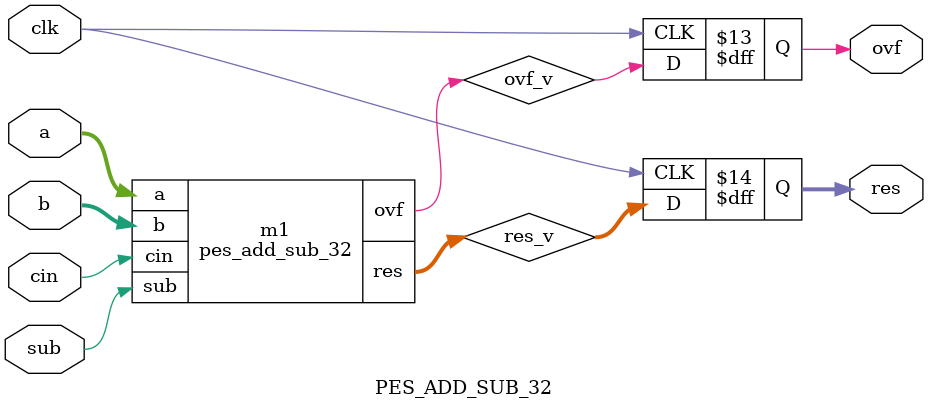
<source format=v>
module prefix(a,b,sub,g,p);
input a,b,sub;
output g,p;

assign g = (sub^a)&b;
assign p = (sub^a)|b;

endmodule

/***********************************************************************/

module blackbox(gik,pik,gkm1j,pkm1j,gij,pij);
input gik,pik,gkm1j,pkm1j;
output gij,pij;

assign gij = gik | (pik & gkm1j);
assign pij = pik & pkm1j;

endmodule

/*******************************************************************************/

module graybox(gik,pik,gkm1j,gij);
input gik,pik,gkm1j;
output gij;

assign gij = gik | (pik & gkm1j);

endmodule

/***************************************************************************/

module sumbox(gim1m1,a,b,sum);
input gim1m1,a,b;
output sum;

assign sum = (gim1m1 ^ (a^b));

endmodule

/*****************************************************************************/

module pes_add_sub_32(a,b,cin,sub,res,ovf);
input [31:0]a,b;
input cin,sub;
output [31:0]res;
output ovf;

wire [63:0]out;

wire gm1,pm1;
wire ex1 ,ex2;

assign ex1 = 1'b0;
assign ex2 = 1'b0;

assign out[63:33] = 32'd0;

wire g0,g1,g2,g3,g4,g5,g6,g7,g8,g9,g10,g11,g12,g13,g14,g15,g16,g17,g18,g19,g20,g21,g22,g23,g24,g25,g26,g27,g28,g29,g30,g31,g0tom1,g2to1,g4to3,g6to5,g8to7,g10to9,g12to11,g14to13,g16to15,g18to17,g20to19,g22to21,g24to23,g26to25,g28to27,g30to29,g1tom1,g2tom1,g5to3,g6to3,g9to7,g10to7,g13to11,g14to11,g17to15,g18to15,g21to19,g22to19,g25to23,g26to23,g29to27,g30to27,g3tom1,g4tom1,g5tom1,g6tom1,g11to7,g12to7,g13to7,g14to7,g19to15,g20to15,g21to15,g22to15,g27to23,g28to23,g29to23,g30to23,g7tom1,g8tom1,g9tom1,g10tom1,g11tom1,g12tom1,g13tom1,g14tom1,g23to15,g24to15,g25to15,g26to15,g27to15,g28to15,g29to15,g30to15,g15tom1,g16tom1,g17tom1,g18tom1,g19tom1,g20tom1,g21tom1,g22tom1,g23tom1,g24tom1,g25tom1,g26tom1,g27tom1,g28tom1,g29tom1,g30tom1,g31tom1;

wire p0,p1,p2,p3,p4,p5,p6,p7,p8,p9,p10,p11,p12,p13,p14,p15,p16,p17,p18,p19,p20,p21,p22,p23,p24,p25,p26,p27,p28,p29,p30,p31,p0tom1,p2to1,p4to3,p6to5,p8to7,p10to9,p12to11,p14to13,p16to15,p18to17,p20to19,p22to21,p24to23,p26to25,p28to27,p30to29,p2tom1,p5to3,p6to3,p9to7,p10to7,p13to11,p14to11,p17to15,p18to15,p21to19,p22to19,p25to23,p26to23,p29to27,p30to27,p6tom1,p11to7,p12to7,p13to7,p14to7,p19to15,p20to15,p21to15,p22to15,p27to23,p28to23,p29to23,p30to23,p14tom1,p23to15,p24to15,p25to15,p26to15,p27to15,p28to15,p29to15,p30to15,p30tom1,p31tom1;

assign gm1 = cin;
prefix pp0(a[0],b[0],sub,g0,p0);
prefix pp1(a[1],b[1],sub,g1,p1);
prefix pp2(a[2],b[2],sub,g2,p2);
prefix pp3(a[3],b[3],sub,g3,p3);
prefix pp4(a[4],b[4],sub,g4,p4);
prefix pp5(a[5],b[5],sub,g5,p5);
prefix pp6(a[6],b[6],sub,g6,p6);
prefix pp7(a[7],b[7],sub,g7,p7);
prefix pp8(a[8],b[8],sub,g8,p8);
prefix pp9(a[9],b[9],sub,g9,p9);
prefix pp10(a[10],b[10],sub,g10,p10);
prefix pp11(a[11],b[11],sub,g11,p11);
prefix pp12(a[12],b[12],sub,g12,p12);
prefix pp13(a[13],b[13],sub,g13,p13);
prefix pp14(a[14],b[14],sub,g14,p14);
prefix pp15(a[15],b[15],sub,g15,p15);
prefix pp16(a[16],b[16],sub,g16,p16);
prefix pp17(a[17],b[17],sub,g17,p17);
prefix pp18(a[18],b[18],sub,g18,p18);
prefix pp19(a[19],b[19],sub,g19,p19);
prefix pp20(a[20],b[20],sub,g20,p20);
prefix pp21(a[21],b[21],sub,g21,p21);
prefix pp22(a[22],b[22],sub,g22,p22);
prefix pp23(a[23],b[23],sub,g23,p23);
prefix pp24(a[24],b[24],sub,g24,p24);
prefix pp25(a[25],b[25],sub,g25,p25);
prefix pp26(a[26],b[26],sub,g26,p26);
prefix pp27(a[27],b[27],sub,g27,p27);
prefix pp28(a[28],b[28],sub,g28,p28);
prefix pp29(a[29],b[29],sub,g29,p29);
prefix pp30(a[30],b[30],sub,g30,p30);
prefix pp31(a[31],b[31],sub,g31,p31);

blackbox b1(g0,p0,gm1,pm1,g0tom1,p0tom1);
blackbox b2(g2,p2,g1,p1,g2to1,p2to1);
blackbox b3(g4,p4,g3,p3,g4to3,p4to3);
blackbox b4(g6,p6,g5,p5,g6to5,p6to5);
blackbox b5(g8,p8,g7,p7,g8to7,p8to7);
blackbox b6(g10,p10,g9,p9,g10to9,p10to9);
blackbox b7(g12,p12,g11,p11,g12to11,p12to11);
blackbox b8(g14,p14,g13,p13,g14to13,p14to13);
blackbox b9(g16,p16,g15,p15,g16to15,p16to15);
blackbox b10(g18,p18,g17,p17,g18to17,p18to17);
blackbox b11(g20,p20,g19,p19,g20to19,p20to19);
blackbox b12(g22,p22,g21,p21,g22to21,p22to21);
blackbox b13(g24,p24,g23,p23,g24to23,p24to23);
blackbox b14(g26,p26,g25,p25,g26to25,p26to25);
blackbox b15(g28,p28,g27,p27,g28to27,p28to27);
blackbox b16(g30,p30,g29,p29,g30to29,p30to29);

graybox gb1(g1,p1,g0tom1,g1tom1);

blackbox b18(g2to1,p2to1,g0tom1,p0tom1,g2tom1,p2tom1);
blackbox b19(g5,p5,g4to3,p4to3,g5to3,p5to3);
blackbox b20(g6to5,p6to5,g4to3,p4to3,g6to3,p6to3);
blackbox b21(g9,p9,g8to7,p8to7,g9to7,p9to7);
blackbox b22(g10to9,p10to9,g8to7,p8to7,g10to7,p10to7);
blackbox b23(g13,p13,g12to11,p12to11,g13to11,p13to11);
blackbox b24(g14to13,p14to13,g12to11,p12to11,g14to11,p14to11);
blackbox b25(g17,p17,g16to15,p16to15,g17to15,p17to15);
blackbox b26(g18to17,p18to17,g16to15,p16to15,g18to15,p18to15);
blackbox b27(g21,p21,g20to19,p20to19,g21to19,p21to19);
blackbox b28(g22to21,p22to21,g20to19,p20to19,g22to19,p22to19);
blackbox b29(g25,p25,g24to23,p24to23,g25to23,p25to23);
blackbox b30(g26to25,p26to25,g24to23,p24to23,g26to23,p26to23);
blackbox b31(g29,p29,g28to27,p28to27,g29to27,p29to27);
blackbox b32(g30to29,p30to29,g28to27,p28to27,g30to27,p30to27);

graybox gb2(g3,p3,g2tom1,g3tom1);
graybox gb3(g4to3,p4to3,g2tom1,g4tom1);
graybox gb4(g5to3,p5to3,g2tom1,g5tom1);

blackbox b33(g6to3,p6to3,g2tom1,p2tom1,g6tom1,p6tom1);

blackbox b34(g11,p11,g10to7,p10to7,g11to7,p11to7);
blackbox b35(g12to11,p12to11,g10to7,p10to7,g12to7,p12to7);
blackbox b36(g13to11,p13to11,g10to7,p10to7,g13to7,p13to7);
blackbox b37(g14to11,p14to11,g10to7,p10to7,g14to7,p14to7);

blackbox b38(g19,p19,g18to15,p18to15,g19to15,p19to15);
blackbox b39(g20to19,p20to19,g18to15,p18to15,g20to15,p20to15);
blackbox b40(g21to19,p21to19,g18to15,p18to15,g21to15,p21to15);
blackbox b41(g22to19,p22to19,g18to15,p18to15,g22to15,p22to15);

blackbox b42(g27,p27,g26to23,p26to23,g27to23,p27to23);
blackbox b43(g28to27,p28to27,g26to23,p26to23,g28to23,p28to23);
blackbox b44(g29to27,p29to27,g26to23,p26to23,g29to23,p29to23);
blackbox b45(g30to27,p30to27,g26to23,p26to23,g30to23,p30to23);

graybox gb5(g7,p7,g6tom1,g7tom1);
graybox gb6(g8to7,p8to7,g6tom1,g8tom1);
graybox gb7(g9to7,p9to7,g6tom1,g9tom1);
graybox gb8(g10to7,p10to7,g6tom1,g10tom1);
graybox gb9(g11to7,p11to7,g6tom1,g11tom1);
graybox gb10(g12to7,p12to7,g6tom1,g12tom1);
graybox gb11(g13to7,p13to7,g6tom1,g13tom1);

blackbox b46(g14to7,p14to7,g6tom1,p6tom1,g14tom1,p14tom1);

blackbox b47(g23,p23,g22to15,p22to15,g23to15,p23to15);
blackbox b48(g24to23,p24to23,g22to15,p22to15,g24to15,p24to15);
blackbox b49(g25to23,p25to23,g22to15,p22to15,g25to15,p25to15);
blackbox b50(g26to23,p26to23,g22to15,p22to15,g26to15,p26to15);
blackbox b51(g27to23,p27to23,g22to15,p22to15,g27to15,p27to15);
blackbox b52(g28to23,p28to23,g22to15,p22to15,g28to15,p28to15);
blackbox b53(g29to23,p29to23,g22to15,p22to15,g29to15,p29to15);
blackbox b54(g30to23,p30to23,g22to15,p22to15,g30to15,p30to15);

graybox gb12(g15,p15,g14tom1,g15tom1);
graybox gb13(g16to15,p16to15,g14tom1,g16tom1);
graybox gb14(g17to15,p17to15,g14tom1,g17tom1);
graybox gb15(g18to15,p18to15,g14tom1,g18tom1);
graybox gb16(g19to15,p19to15,g14tom1,g19tom1);
graybox gb17(g20to15,p20to15,g14tom1,g20tom1);
graybox gb18(g21to15,p21to15,g14tom1,g21tom1);
graybox gb19(g22to15,p22to15,g14tom1,g22tom1);
graybox gb20(g23to15,p23to15,g14tom1,g23tom1);
graybox gb21(g24to15,p24to15,g14tom1,g24tom1);
graybox gb22(g25to15,p25to15,g14tom1,g25tom1);
graybox gb23(g26to15,p26to15,g14tom1,g26tom1);
graybox gb24(g27to15,p27to15,g14tom1,g27tom1);
graybox gb25(g28to15,p28to15,g14tom1,g28tom1);
graybox gb26(g29to15,p29to15,g14tom1,g29tom1);

blackbox b55(g30to15,p30to15,g14tom1,p14tom1,g30tom1,p30tom1);

/***************************************************************************/

blackbox b56(g31,p31,g30tom1,p30tom1,g31tom1,p31tom1);

/******************************************************************************/

sumbox s0(gm1,a[0],b[0],out[0]);
sumbox s1(g0tom1,a[1],b[1],out[1]);
sumbox s2(g1tom1,a[2],b[2],out[2]);
sumbox s3(g2tom1,a[3],b[3],out[3]);
sumbox s4(g3tom1,a[4],b[4],out[4]);
sumbox s5(g4tom1,a[5],b[5],out[5]);
sumbox s6(g5tom1,a[6],b[6],out[6]);
sumbox s7(g6tom1,a[7],b[7],out[7]);
sumbox s8(g7tom1,a[8],b[8],out[8]);
sumbox s9(g8tom1,a[9],b[9],out[9]);
sumbox s10(g9tom1,a[10],b[10],out[10]);
sumbox s11(g10tom1,a[11],b[11],out[11]);
sumbox s12(g11tom1,a[12],b[12],out[12]);
sumbox s13(g12tom1,a[13],b[13],out[13]);
sumbox s14(g13tom1,a[14],b[14],out[14]);
sumbox s15(g14tom1,a[15],b[15],out[15]);
sumbox s16(g15tom1,a[16],b[16],out[16]);
sumbox s17(g16tom1,a[17],b[17],out[17]);
sumbox s18(g17tom1,a[18],b[18],out[18]);
sumbox s19(g18tom1,a[19],b[19],out[19]);
sumbox s20(g19tom1,a[20],b[20],out[20]);
sumbox s21(g20tom1,a[21],b[21],out[21]);
sumbox s22(g21tom1,a[22],b[22],out[22]);
sumbox s23(g22tom1,a[23],b[23],out[23]);
sumbox s24(g23tom1,a[24],b[24],out[24]);
sumbox s25(g24tom1,a[25],b[25],out[25]);
sumbox s26(g25tom1,a[26],b[26],out[26]);
sumbox s27(g26tom1,a[27],b[27],out[27]);
sumbox s28(g27tom1,a[28],b[28],out[28]);
sumbox s29(g28tom1,a[29],b[29],out[29]);
sumbox s30(g29tom1,a[30],b[30],out[30]);
sumbox s31(g30tom1,a[31],b[31],out[31]);
sumbox s32(g31tom1,ex1,ex2,out[32]);

assign ovf = out[32];
assign res = out[31:0];

endmodule


/********************************************************************************/

module PES_ADD_SUB_32(clk,a,b,cin,sub,res,ovf);

input [31:0]a,b;
input cin,sub,clk;
output reg ovf;
output reg [31:0]res;

wire [31:0]res_v;
wire ovf_v;

pes_add_sub_32 m1(a,b,cin,sub,res_v,ovf_v);

always @(posedge clk)
begin
	res <= res_v;
	ovf <= ovf_v;
end
endmodule

</source>
